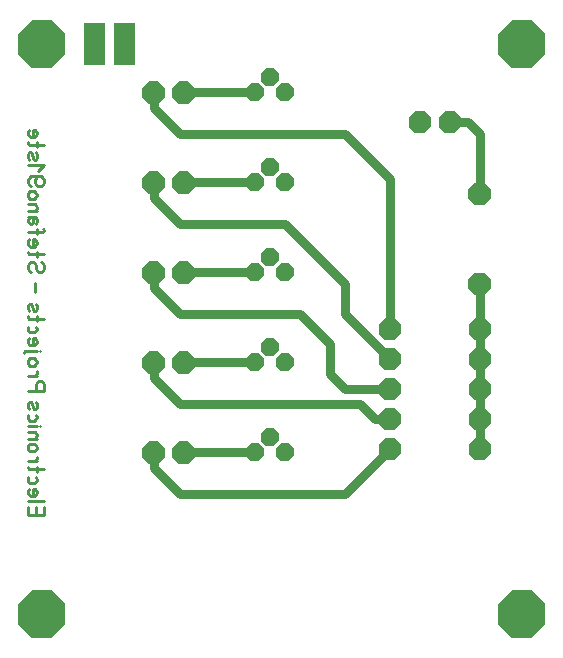
<source format=gbr>
%FSLAX34Y34*%
%MOMM*%
%LNSILK_TOP*%
G71*
G01*
%ADD10C, 0.80*%
%ADD11C, 0.24*%
%LPD*%
G36*
X215901Y564708D02*
X210343Y559150D01*
X202459Y559150D01*
X196901Y564708D01*
X196901Y572592D01*
X202459Y578150D01*
X210343Y578150D01*
X215901Y572592D01*
X215901Y564708D01*
G37*
G36*
X190502Y564708D02*
X184944Y559150D01*
X177060Y559150D01*
X171502Y564708D01*
X171502Y572592D01*
X177060Y578150D01*
X184944Y578150D01*
X190502Y572592D01*
X190502Y564708D01*
G37*
G36*
X371500Y677042D02*
X377058Y682600D01*
X384942Y682600D01*
X390500Y677042D01*
X390500Y669158D01*
X384942Y663600D01*
X377058Y663600D01*
X371500Y669158D01*
X371500Y677042D01*
G37*
G36*
X447700Y677042D02*
X453258Y682600D01*
X461142Y682600D01*
X466700Y677042D01*
X466700Y669158D01*
X461142Y663600D01*
X453258Y663600D01*
X447700Y669158D01*
X447700Y677042D01*
G37*
G36*
X460993Y797072D02*
X466551Y791514D01*
X466551Y783630D01*
X460993Y778072D01*
X453109Y778072D01*
X447551Y783630D01*
X447551Y791514D01*
X453109Y797072D01*
X460993Y797072D01*
G37*
G36*
X460993Y720872D02*
X466551Y715314D01*
X466551Y707430D01*
X460993Y701872D01*
X453109Y701872D01*
X447551Y707430D01*
X447551Y715314D01*
X453109Y720872D01*
X460993Y720872D01*
G37*
G36*
X371500Y651642D02*
X377058Y657200D01*
X384942Y657200D01*
X390500Y651642D01*
X390500Y643758D01*
X384942Y638200D01*
X377058Y638200D01*
X371500Y643758D01*
X371500Y651642D01*
G37*
G36*
X447700Y651642D02*
X453258Y657200D01*
X461142Y657200D01*
X466700Y651642D01*
X466700Y643758D01*
X461142Y638200D01*
X453258Y638200D01*
X447700Y643758D01*
X447700Y651642D01*
G37*
G36*
X371500Y626242D02*
X377058Y631800D01*
X384942Y631800D01*
X390500Y626242D01*
X390500Y618358D01*
X384942Y612800D01*
X377058Y612800D01*
X371500Y618358D01*
X371500Y626242D01*
G37*
G36*
X447700Y626242D02*
X453258Y631800D01*
X461142Y631800D01*
X466700Y626242D01*
X466700Y618358D01*
X461142Y612800D01*
X453258Y612800D01*
X447700Y618358D01*
X447700Y626242D01*
G37*
G36*
X371500Y600842D02*
X377058Y606400D01*
X384942Y606400D01*
X390500Y600842D01*
X390500Y592958D01*
X384942Y587400D01*
X377058Y587400D01*
X371500Y592958D01*
X371500Y600842D01*
G37*
G36*
X447700Y600842D02*
X453258Y606400D01*
X461142Y606400D01*
X466700Y600842D01*
X466700Y592958D01*
X461142Y587400D01*
X453258Y587400D01*
X447700Y592958D01*
X447700Y600842D01*
G37*
G36*
X371500Y575442D02*
X377058Y581000D01*
X384942Y581000D01*
X390500Y575442D01*
X390500Y567558D01*
X384942Y562000D01*
X377058Y562000D01*
X371500Y567558D01*
X371500Y575442D01*
G37*
G36*
X447700Y575442D02*
X453258Y581000D01*
X461142Y581000D01*
X466700Y575442D01*
X466700Y567558D01*
X461142Y562000D01*
X453258Y562000D01*
X447700Y567558D01*
X447700Y575442D01*
G37*
G36*
X396900Y852302D02*
X402458Y857860D01*
X410342Y857860D01*
X415900Y852302D01*
X415900Y844418D01*
X410342Y838860D01*
X402458Y838860D01*
X396900Y844418D01*
X396900Y852302D01*
G37*
G36*
X422300Y852302D02*
X427858Y857860D01*
X435742Y857860D01*
X441300Y852302D01*
X441300Y844418D01*
X435742Y838860D01*
X427858Y838860D01*
X422300Y844418D01*
X422300Y852302D01*
G37*
G36*
X259200Y572072D02*
X263588Y576460D01*
X269812Y576460D01*
X274200Y572072D01*
X274200Y565848D01*
X269812Y561460D01*
X263588Y561460D01*
X259200Y565848D01*
X259200Y572072D01*
G37*
G36*
X271900Y584772D02*
X276288Y589160D01*
X282512Y589160D01*
X286900Y584772D01*
X286900Y578548D01*
X282512Y574160D01*
X276288Y574160D01*
X271900Y578548D01*
X271900Y584772D01*
G37*
G36*
X284600Y572072D02*
X288988Y576460D01*
X295212Y576460D01*
X299600Y572072D01*
X299600Y565848D01*
X295212Y561460D01*
X288988Y561460D01*
X284600Y565848D01*
X284600Y572072D01*
G37*
G54D10*
X206401Y568650D02*
X266390Y568650D01*
X266700Y568960D01*
G36*
X215901Y640908D02*
X210343Y635350D01*
X202459Y635350D01*
X196901Y640908D01*
X196901Y648792D01*
X202459Y654350D01*
X210343Y654350D01*
X215901Y648792D01*
X215901Y640908D01*
G37*
G36*
X190502Y640908D02*
X184944Y635350D01*
X177060Y635350D01*
X171502Y640908D01*
X171502Y648792D01*
X177060Y654350D01*
X184944Y654350D01*
X190502Y648792D01*
X190502Y640908D01*
G37*
G36*
X259200Y648272D02*
X263588Y652660D01*
X269812Y652660D01*
X274200Y648272D01*
X274200Y642048D01*
X269812Y637660D01*
X263588Y637660D01*
X259200Y642048D01*
X259200Y648272D01*
G37*
G36*
X271900Y660972D02*
X276288Y665360D01*
X282512Y665360D01*
X286900Y660972D01*
X286900Y654748D01*
X282512Y650360D01*
X276288Y650360D01*
X271900Y654748D01*
X271900Y660972D01*
G37*
G36*
X284600Y648272D02*
X288988Y652660D01*
X295212Y652660D01*
X299600Y648272D01*
X299600Y642048D01*
X295212Y637660D01*
X288988Y637660D01*
X284600Y642048D01*
X284600Y648272D01*
G37*
G54D10*
X206401Y644850D02*
X266390Y644850D01*
X266700Y645160D01*
G36*
X215901Y717108D02*
X210343Y711550D01*
X202459Y711550D01*
X196901Y717108D01*
X196901Y724992D01*
X202459Y730550D01*
X210343Y730550D01*
X215901Y724992D01*
X215901Y717108D01*
G37*
G36*
X190502Y717108D02*
X184944Y711550D01*
X177060Y711550D01*
X171502Y717108D01*
X171502Y724992D01*
X177060Y730550D01*
X184944Y730550D01*
X190502Y724992D01*
X190502Y717108D01*
G37*
G36*
X259200Y724472D02*
X263588Y728860D01*
X269812Y728860D01*
X274200Y724472D01*
X274200Y718248D01*
X269812Y713860D01*
X263588Y713860D01*
X259200Y718248D01*
X259200Y724472D01*
G37*
G36*
X271900Y737172D02*
X276288Y741560D01*
X282512Y741560D01*
X286900Y737172D01*
X286900Y730948D01*
X282512Y726560D01*
X276288Y726560D01*
X271900Y730948D01*
X271900Y737172D01*
G37*
G36*
X284600Y724472D02*
X288988Y728860D01*
X295212Y728860D01*
X299600Y724472D01*
X299600Y718248D01*
X295212Y713860D01*
X288988Y713860D01*
X284600Y718248D01*
X284600Y724472D01*
G37*
G54D10*
X206401Y721050D02*
X266390Y721050D01*
X266700Y721360D01*
G36*
X215901Y793308D02*
X210343Y787750D01*
X202459Y787750D01*
X196901Y793308D01*
X196901Y801192D01*
X202459Y806750D01*
X210343Y806750D01*
X215901Y801192D01*
X215901Y793308D01*
G37*
G36*
X190502Y793308D02*
X184944Y787750D01*
X177060Y787750D01*
X171502Y793308D01*
X171502Y801192D01*
X177060Y806750D01*
X184944Y806750D01*
X190502Y801192D01*
X190502Y793308D01*
G37*
G36*
X259200Y800672D02*
X263588Y805060D01*
X269812Y805060D01*
X274200Y800672D01*
X274200Y794448D01*
X269812Y790060D01*
X263588Y790060D01*
X259200Y794448D01*
X259200Y800672D01*
G37*
G36*
X271900Y813372D02*
X276288Y817760D01*
X282512Y817760D01*
X286900Y813372D01*
X286900Y807148D01*
X282512Y802760D01*
X276288Y802760D01*
X271900Y807148D01*
X271900Y813372D01*
G37*
G36*
X284600Y800672D02*
X288988Y805060D01*
X295212Y805060D01*
X299600Y800672D01*
X299600Y794448D01*
X295212Y790060D01*
X288988Y790060D01*
X284600Y794448D01*
X284600Y800672D01*
G37*
G54D10*
X206401Y797250D02*
X266390Y797250D01*
X266700Y797560D01*
G36*
X215901Y869508D02*
X210343Y863950D01*
X202459Y863950D01*
X196901Y869508D01*
X196901Y877392D01*
X202459Y882950D01*
X210343Y882950D01*
X215901Y877392D01*
X215901Y869508D01*
G37*
G36*
X190502Y869508D02*
X184944Y863950D01*
X177060Y863950D01*
X171502Y869508D01*
X171502Y877392D01*
X177060Y882950D01*
X184944Y882950D01*
X190502Y877392D01*
X190502Y869508D01*
G37*
G36*
X259200Y876872D02*
X263588Y881260D01*
X269812Y881260D01*
X274200Y876872D01*
X274200Y870648D01*
X269812Y866260D01*
X263588Y866260D01*
X259200Y870648D01*
X259200Y876872D01*
G37*
G36*
X271900Y889572D02*
X276288Y893960D01*
X282512Y893960D01*
X286900Y889572D01*
X286900Y883348D01*
X282512Y878960D01*
X276288Y878960D01*
X271900Y883348D01*
X271900Y889572D01*
G37*
G36*
X284600Y876872D02*
X288988Y881260D01*
X295212Y881260D01*
X299600Y876872D01*
X299600Y870648D01*
X295212Y866260D01*
X288988Y866260D01*
X284600Y870648D01*
X284600Y876872D01*
G37*
G54D10*
X206401Y873450D02*
X266390Y873450D01*
X266700Y873760D01*
G54D10*
X181002Y568650D02*
X181002Y555598D01*
X203200Y533400D01*
X342900Y533400D01*
X381000Y571500D01*
G54D10*
X181002Y644850D02*
X181002Y631798D01*
X203200Y609600D01*
X355600Y609600D01*
X368300Y596900D01*
X381000Y596900D01*
G54D10*
X181002Y721050D02*
X181002Y707998D01*
X203200Y685800D01*
X304800Y685800D01*
X330200Y660400D01*
X330200Y635000D01*
X342900Y622300D01*
X381000Y622300D01*
G54D10*
X181002Y797250D02*
X181002Y784198D01*
X203200Y762000D01*
X292100Y762000D01*
X342900Y711200D01*
X342900Y685800D01*
X381000Y647700D01*
G54D10*
X181002Y873450D02*
X181002Y860398D01*
X203200Y838200D01*
X342900Y838200D01*
X381000Y800100D01*
X381000Y673100D01*
G54D10*
X457200Y571500D02*
X457200Y673100D01*
G54D10*
X457200Y673100D02*
X457200Y711224D01*
X457051Y711372D01*
G54D10*
X431800Y848360D02*
X447040Y848360D01*
X457200Y838200D01*
X457200Y787721D01*
X457051Y787572D01*
G36*
X66360Y922700D02*
X78060Y934400D01*
X94660Y934400D01*
X106360Y922700D01*
X106360Y906100D01*
X94660Y894400D01*
X78060Y894400D01*
X66360Y906100D01*
X66360Y922700D01*
G37*
G36*
X472760Y922700D02*
X484460Y934400D01*
X501060Y934400D01*
X512760Y922700D01*
X512760Y906100D01*
X501060Y894400D01*
X484460Y894400D01*
X472760Y906100D01*
X472760Y922700D01*
G37*
G36*
X66360Y440100D02*
X78060Y451800D01*
X94660Y451800D01*
X106360Y440100D01*
X106360Y423500D01*
X94660Y411800D01*
X78060Y411800D01*
X66360Y423500D01*
X66360Y440100D01*
G37*
G36*
X472760Y440100D02*
X484460Y451800D01*
X501060Y451800D01*
X512760Y440100D01*
X512760Y423500D01*
X501060Y411800D01*
X484460Y411800D01*
X472760Y423500D01*
X472760Y440100D01*
G37*
G36*
X139810Y932400D02*
X139810Y896400D01*
X121810Y896400D01*
X121810Y932400D01*
X139810Y932400D01*
G37*
G36*
X165210Y932400D02*
X165210Y896400D01*
X147210Y896400D01*
X147210Y932400D01*
X165210Y932400D01*
G37*
G54D11*
X74581Y522599D02*
X74581Y515599D01*
X87915Y515599D01*
X87915Y522599D01*
G54D11*
X81248Y515599D02*
X81248Y522599D01*
G54D11*
X74581Y527266D02*
X87915Y527266D01*
G54D11*
X75415Y537933D02*
X74581Y536333D01*
X74581Y534333D01*
X75415Y532333D01*
X77081Y531933D01*
X79915Y531933D01*
X81581Y532933D01*
X82081Y534933D01*
X81581Y536933D01*
X80415Y537933D01*
X78748Y537933D01*
X78748Y531933D01*
G54D11*
X81581Y547600D02*
X82081Y545600D01*
X81581Y543600D01*
X79915Y542600D01*
X76581Y542600D01*
X74915Y543600D01*
X74581Y545600D01*
X74915Y547600D01*
G54D11*
X87915Y554267D02*
X75415Y554267D01*
X74581Y555267D01*
X74915Y556267D01*
G54D11*
X82081Y552267D02*
X82081Y556267D01*
G54D11*
X74581Y560934D02*
X82081Y560934D01*
G54D11*
X80415Y560934D02*
X82081Y562934D01*
X82081Y564934D01*
G54D11*
X76581Y575601D02*
X79915Y575601D01*
X81581Y574601D01*
X82081Y572601D01*
X81581Y570601D01*
X79915Y569601D01*
X76581Y569601D01*
X74915Y570601D01*
X74581Y572601D01*
X74915Y574601D01*
X76581Y575601D01*
G54D11*
X74581Y580268D02*
X82081Y580268D01*
G54D11*
X80415Y580268D02*
X81581Y581268D01*
X82081Y583268D01*
X81581Y585268D01*
X80415Y586268D01*
X74581Y586268D01*
G54D11*
X74581Y590935D02*
X82081Y590935D01*
G54D11*
X84581Y590935D02*
X84581Y590935D01*
G54D11*
X81581Y600602D02*
X82081Y598602D01*
X81581Y596602D01*
X79915Y595602D01*
X76581Y595602D01*
X74915Y596602D01*
X74581Y598602D01*
X74915Y600602D01*
G54D11*
X75415Y605269D02*
X74581Y607269D01*
X74581Y609269D01*
X75415Y611269D01*
X77081Y611269D01*
X77915Y610269D01*
X78748Y606269D01*
X79581Y605269D01*
X81248Y605269D01*
X82081Y607269D01*
X82081Y609269D01*
X81248Y611269D01*
G54D11*
X74581Y620803D02*
X87915Y620803D01*
X87915Y625803D01*
X87081Y627803D01*
X85415Y628803D01*
X83748Y628803D01*
X82081Y627803D01*
X81248Y625803D01*
X81248Y620803D01*
G54D11*
X74581Y633470D02*
X82081Y633470D01*
G54D11*
X80415Y633470D02*
X82081Y635470D01*
X82081Y637470D01*
G54D11*
X76581Y648137D02*
X79915Y648137D01*
X81581Y647137D01*
X82081Y645137D01*
X81581Y643137D01*
X79915Y642137D01*
X76581Y642137D01*
X74915Y643137D01*
X74581Y645137D01*
X74915Y647137D01*
X76581Y648137D01*
G54D11*
X84581Y654804D02*
X84581Y654804D01*
G54D11*
X71248Y652804D02*
X71248Y653804D01*
X72581Y654804D01*
X82081Y654804D01*
G54D11*
X75415Y665471D02*
X74581Y663871D01*
X74581Y661871D01*
X75415Y659871D01*
X77081Y659471D01*
X79915Y659471D01*
X81581Y660471D01*
X82081Y662471D01*
X81581Y664471D01*
X80415Y665471D01*
X78748Y665471D01*
X78748Y659471D01*
G54D11*
X81581Y675138D02*
X82081Y673138D01*
X81581Y671138D01*
X79915Y670138D01*
X76581Y670138D01*
X74915Y671138D01*
X74581Y673138D01*
X74915Y675138D01*
G54D11*
X87915Y681805D02*
X75415Y681805D01*
X74581Y682805D01*
X74915Y683805D01*
G54D11*
X82081Y679805D02*
X82081Y683805D01*
G54D11*
X75415Y688472D02*
X74581Y690472D01*
X74581Y692472D01*
X75415Y694472D01*
X77081Y694472D01*
X77915Y693472D01*
X78748Y689472D01*
X79581Y688472D01*
X81248Y688472D01*
X82081Y690472D01*
X82081Y692472D01*
X81248Y694472D01*
G54D11*
X80415Y704006D02*
X80415Y712006D01*
G54D11*
X77081Y721540D02*
X75415Y722540D01*
X74581Y724540D01*
X74581Y726540D01*
X75415Y728540D01*
X77081Y729540D01*
X78748Y729540D01*
X80415Y728540D01*
X81248Y726540D01*
X81248Y724540D01*
X82081Y722540D01*
X83748Y721540D01*
X85415Y721540D01*
X87081Y722540D01*
X87915Y724540D01*
X87915Y726540D01*
X87081Y728540D01*
X85415Y729540D01*
G54D11*
X87915Y736207D02*
X75415Y736207D01*
X74581Y737207D01*
X74915Y738207D01*
G54D11*
X82081Y734207D02*
X82081Y738207D01*
G54D11*
X75415Y748874D02*
X74581Y747274D01*
X74581Y745274D01*
X75415Y743274D01*
X77081Y742874D01*
X79915Y742874D01*
X81581Y743874D01*
X82081Y745874D01*
X81581Y747874D01*
X80415Y748874D01*
X78748Y748874D01*
X78748Y742874D01*
G54D11*
X74581Y755541D02*
X87081Y755541D01*
X87915Y756541D01*
X87415Y757541D01*
G54D11*
X82081Y753541D02*
X82081Y757541D01*
G54D11*
X81248Y762208D02*
X82081Y764208D01*
X82081Y766608D01*
X80415Y768208D01*
X74581Y768208D01*
G54D11*
X77081Y768208D02*
X78748Y767208D01*
X79081Y765208D01*
X78748Y763208D01*
X77081Y762208D01*
X75415Y762608D01*
X74581Y764208D01*
X74581Y765208D01*
X74581Y765608D01*
X75415Y767208D01*
X77081Y768208D01*
G54D11*
X74581Y772875D02*
X82081Y772875D01*
G54D11*
X80415Y772875D02*
X81581Y773875D01*
X82081Y775875D01*
X81581Y777875D01*
X80415Y778875D01*
X74581Y778875D01*
G54D11*
X76581Y789542D02*
X79915Y789542D01*
X81581Y788542D01*
X82081Y786542D01*
X81581Y784542D01*
X79915Y783542D01*
X76581Y783542D01*
X74915Y784542D01*
X74581Y786542D01*
X74915Y788542D01*
X76581Y789542D01*
G54D11*
X77081Y794209D02*
X75415Y795209D01*
X74581Y797209D01*
X74581Y799209D01*
X75415Y801209D01*
X77081Y802209D01*
X81248Y802209D01*
X82081Y802209D01*
X80415Y799209D01*
X80415Y797209D01*
X81248Y795209D01*
X82915Y794209D01*
X85415Y794209D01*
X87081Y795209D01*
X87915Y797209D01*
X87915Y799209D01*
X87081Y801209D01*
X85415Y802209D01*
X81248Y802209D01*
G54D11*
X82915Y806876D02*
X87915Y811876D01*
X74581Y811876D01*
G54D11*
X75415Y816543D02*
X74581Y818543D01*
X74581Y820543D01*
X75415Y822543D01*
X77081Y822543D01*
X77915Y821543D01*
X78748Y817543D01*
X79581Y816543D01*
X81248Y816543D01*
X82081Y818543D01*
X82081Y820543D01*
X81248Y822543D01*
G54D11*
X87915Y829210D02*
X75415Y829210D01*
X74581Y830210D01*
X74915Y831210D01*
G54D11*
X82081Y827210D02*
X82081Y831210D01*
G54D11*
X75415Y841877D02*
X74581Y840277D01*
X74581Y838277D01*
X75415Y836277D01*
X77081Y835877D01*
X79915Y835877D01*
X81581Y836877D01*
X82081Y838877D01*
X81581Y840877D01*
X80415Y841877D01*
X78748Y841877D01*
X78748Y835877D01*
M02*

</source>
